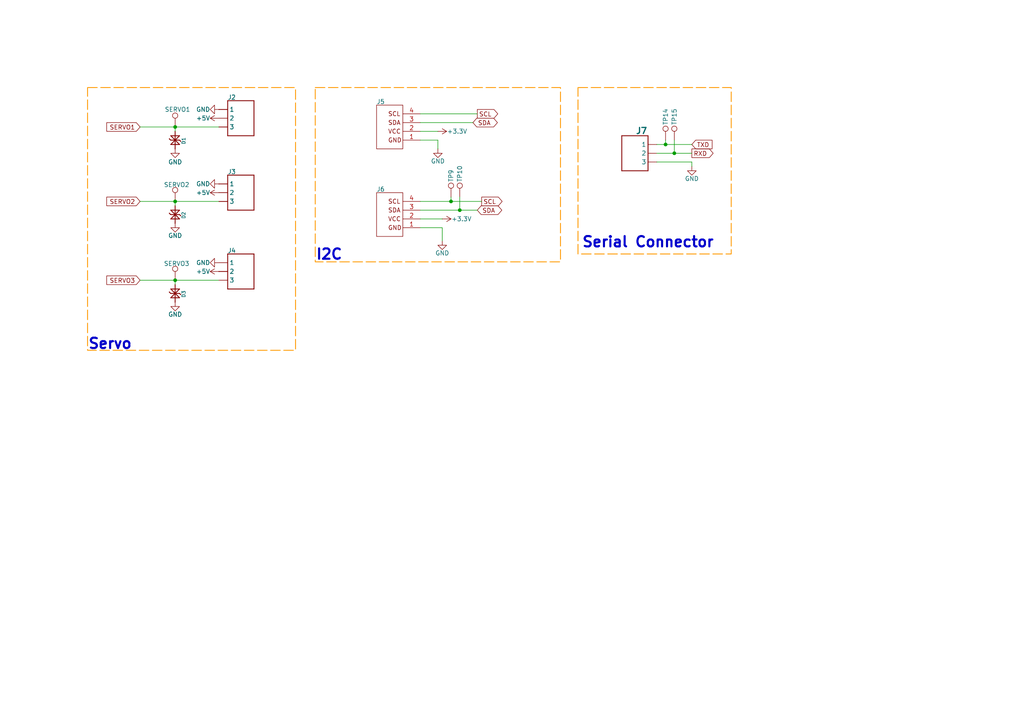
<source format=kicad_sch>
(kicad_sch (version 20250114) (generator "eeschema") (generator_version "9.0")
  (paper "A4")
  (title_block (title "Servo Module") (date "<<release-date>>") (rev "<<tag>>") (comment 1 "<<hash>>"))
  (lib_symbols
    (symbol "CRGM Connector:JST-SH-3"
      (property "Reference" "J" (at 0 2.794 0))
      (symbol "JST-SH-3_1_0"
        (polyline (pts (xy 0 2.54) (xy 7.62 2.54)) (stroke (width 0.254)))
        (polyline (pts (xy 0 -7.62) (xy 0 2.54)) (stroke (width 0.254)))
        (polyline (pts (xy 7.62 2.54) (xy 7.62 -7.62)) (stroke (width 0.254)))
        (polyline (pts (xy 7.62 -7.62) (xy 0 -7.62)) (stroke (width 0.254)))
        (pin passive line (at -2.54 0 0) (length 2.54) (name "1") (number "1"))
        (pin passive line (at -2.54 -2.54 0) (length 2.54) (name "2") (number "2"))
        (pin passive line (at -2.54 -5.08 0) (length 2.54) (name "3") (number "3"))
      )
    )
    (symbol "CRGM Connector:QWIIC"
      (property "Reference" "J" (at 0 0.254 0))
      (symbol "QWIIC_0_1"
        (rectangle (start 0 0) (end 7.62 -12.7))
      )
      (symbol "QWIIC_1_0"
        (text "SCL" (at 3.302 -2.54 0) (effects (font (size 1.25 1.25)) (justify left)))
        (text "SDA" (at 3.302 -5.08 0) (effects (font (size 1.25 1.25)) (justify left)))
        (text "VCC" (at 3.302 -7.62 0) (effects (font (size 1.25 1.25)) (justify left)))
        (text "GND" (at 3.302 -10.16 0) (effects (font (size 1.25 1.25)) (justify left)))
        (pin passive line (at 12.7 -2.54 180) (length 5.08) (name "4") (number "4"))
        (pin passive line (at 12.7 -5.08 180) (length 5.08) (name "3") (number "3"))
        (pin power_in line (at 12.7 -7.62 180) (length 5.08) (name "2") (number "2"))
        (pin power_in line (at 12.7 -10.16 180) (length 5.08) (name "1") (number "1"))
      )
    )
    (symbol "CRGM Passive:PESD5V5C1BLYL"
      (property "Reference" "D" (at -1.524 1.524 0))
      (symbol "PESD5V5C1BLYL_1_0"
        (polyline (pts (xy -2.54 0) (xy 2.54 0)) (stroke (width 0.254)))
        (polyline (pts (xy -1.27 1.27) (xy -0.0101 0.0101)) (stroke (width 0.254)))
        (polyline (pts (xy -1.27 -1.27) (xy -1.27 1.27)) (stroke (width 0.254)))
        (polyline (pts (xy -0.3445 -1.6043) (xy -0.3573 -1.6043)) (stroke (width 0.254)))
        (polyline (pts (xy -0.0101 1.2955) (xy -0.0101 -1.27)) (stroke (width 0.254)))
        (polyline (pts (xy -0.0101 1.2955) (xy 0.3778 1.6835)) (stroke (width 0.254)))
        (polyline (pts (xy -0.0101 0.0101) (xy -0.0101 -0.0101)) (stroke (width 0.254)))
        (polyline (pts (xy -0.0101 -0.0101) (xy -1.27 -1.27)) (stroke (width 0.254)))
        (polyline (pts (xy -0.0101 -1.27) (xy -0.3445 -1.6043)) (stroke (width 0.254)))
        (polyline (pts (xy 0.0101 0.0101) (xy 0.0101 -0.0101)) (stroke (width 0.254)))
        (polyline (pts (xy 0.0101 -0.0101) (xy 1.27 -1.27)) (stroke (width 0.254)))
        (polyline (pts (xy 0.3778 1.6835) (xy 0.3981 1.6835)) (stroke (width 0.254)))
        (polyline (pts (xy 1.27 1.27) (xy 0.0101 0.0101)) (stroke (width 0.254)))
        (polyline (pts (xy 1.27 -1.27) (xy 1.27 1.27)) (stroke (width 0.254)))
        (pin passive line (at -2.54 0 0) (length 0) (name "K1") (number "1"))
        (pin passive line (at 2.54 0 180) (length 0) (name "K2") (number "2"))
      )
    )
    (symbol "Connector:TestPoint" (pin_numbers (hide yes)) (pin_names (offset 0.762) (hide yes))
      (property "Reference" "TP" (at 0 6.858 0))
      (property "Value" "TestPoint" (at 0 5.08 0))
      (symbol "TestPoint_0_1"
        (circle (center 0 3.302) (radius 0.762))
      )
      (symbol "TestPoint_1_1"
        (pin passive line (at 0 0 90) (length 2.54) (name "1") (number "1"))
      )
    )
    (symbol "power:+3.3V" (power) (pin_numbers (hide yes)) (pin_names (offset 0) (hide yes))
      (property "Value" "+3.3V" (at 0 3.556 0))
      (symbol "+3.3V_0_1"
        (polyline (pts (xy -0.762 1.27) (xy 0 2.54)))
        (polyline (pts (xy 0 2.54) (xy 0.762 1.27)))
        (polyline (pts (xy 0 0) (xy 0 2.54)))
      )
      (symbol "+3.3V_1_1"
        (pin power_in line (at 0 0 90) (length 0) (name "~") (number "1"))
      )
    )
    (symbol "power:+5V" (power) (pin_numbers (hide yes)) (pin_names (offset 0) (hide yes))
      (property "Value" "+5V" (at 0 3.556 0))
      (symbol "+5V_0_1"
        (polyline (pts (xy -0.762 1.27) (xy 0 2.54)))
        (polyline (pts (xy 0 2.54) (xy 0.762 1.27)))
        (polyline (pts (xy 0 0) (xy 0 2.54)))
      )
      (symbol "+5V_1_1"
        (pin power_in line (at 0 0 90) (length 0) (name "~") (number "1"))
      )
    )
    (symbol "power:GND" (power) (pin_numbers (hide yes)) (pin_names (offset 0) (hide yes))
      (property "Value" "GND" (at 0 -3.81 0))
      (symbol "GND_0_1"
        (polyline (pts (xy 0 0) (xy 0 -1.27) (xy 1.27 -1.27) (xy 0 -2.54) (xy -1.27 -1.27) (xy 0 -1.27)))
      )
      (symbol "GND_1_1"
        (pin power_in line (at 0 0 270) (length 0) (name "~") (number "1"))
      )
    )
  )
  (rectangle (start 91.44 25.4) (end 162.56 75.946) (stroke (width 0.254) (type dash) (color 255 153 0 1)))
  (rectangle (start 25.4 25.4) (end 85.725 101.6) (stroke (width 0.254) (type dash) (color 255 153 0 1)))
  (rectangle (start 167.64 25.4) (end 212.09 73.66) (stroke (width 0.254) (type dash) (color 255 153 0 1)))
  (text "Serial Connector" (at 187.96 70.358 0) (effects (font (size 3 3) (thickness 0.6) (bold yes))))
  (text "I2C\n" (at 91.44 75.692 0) (effects (font (size 3 3) (thickness 0.6) (bold yes)) (justify left bottom)))
  (text "Servo" (at 25.4 101.6 0) (effects (font (size 3 3) (thickness 0.6) (bold yes)) (justify left bottom)))
  (junction (at 130.81 58.42))
  (junction (at 50.8 81.28))
  (junction (at 193.04 41.91))
  (junction (at 195.58 44.45))
  (junction (at 50.8 36.83))
  (junction (at 50.8 58.42))
  (junction (at 133.35 60.96))
  (wire (pts (xy 133.35 57.15) (xy 133.35 60.96)))
  (wire (pts (xy 121.92 58.42) (xy 130.81 58.42)))
  (wire (pts (xy 121.92 33.02) (xy 138.43 33.02)))
  (wire (pts (xy 200.66 48.26) (xy 200.66 46.99)))
  (wire (pts (xy 190.5 41.91) (xy 193.04 41.91)))
  (wire (pts (xy 130.81 58.42) (xy 139.7 58.42)))
  (wire (pts (xy 121.92 35.56) (xy 137.16 35.56)))
  (wire (pts (xy 195.58 40.64) (xy 195.58 44.45)))
  (wire (pts (xy 121.92 40.64) (xy 127 40.64)))
  (wire (pts (xy 121.92 38.1) (xy 127 38.1)))
  (wire (pts (xy 40.64 81.28) (xy 50.8 81.28)))
  (wire (pts (xy 121.92 60.96) (xy 133.35 60.96)))
  (wire (pts (xy 130.81 57.15) (xy 130.81 58.42)))
  (wire (pts (xy 127 40.64) (xy 127 43.18)))
  (wire (pts (xy 200.66 46.99) (xy 190.5 46.99)))
  (wire (pts (xy 193.04 41.91) (xy 200.66 41.91)))
  (wire (pts (xy 121.92 66.04) (xy 128.27 66.04)))
  (wire (pts (xy 128.27 66.04) (xy 128.27 69.85)))
  (wire (pts (xy 50.8 36.83) (xy 63.5 36.83)))
  (wire (pts (xy 50.8 81.28) (xy 63.5 81.28)))
  (wire (pts (xy 50.8 58.42) (xy 63.5 58.42)))
  (wire (pts (xy 193.04 40.64) (xy 193.04 41.91)))
  (wire (pts (xy 50.8 36.83) (xy 50.8 38.1)))
  (wire (pts (xy 50.8 58.42) (xy 50.8 59.69)))
  (wire (pts (xy 190.5 44.45) (xy 195.58 44.45)))
  (wire (pts (xy 40.64 36.83) (xy 50.8 36.83)))
  (wire (pts (xy 40.64 58.42) (xy 50.8 58.42)))
  (wire (pts (xy 50.8 81.28) (xy 50.8 82.55)))
  (wire (pts (xy 121.92 63.5) (xy 128.27 63.5)))
  (wire (pts (xy 133.35 60.96) (xy 138.43 60.96)))
  (wire (pts (xy 195.58 44.45) (xy 200.66 44.45)))
  (global_label "RXD" (shape output) (at 200.66 44.45 0) (property "Intersheetrefs" "${INTERSHEET_REFS}" (at 207.3947 44.45 0) (effects (justify left))))
  (global_label "SDA" (shape bidirectional) (at 138.43 60.96 0) (property "Intersheetrefs" "${INTERSHEET_REFS}" (at 145.288 60.96 0) (effects (justify left))))
  (global_label "SERVO2" (shape input) (at 40.64 58.42 180) (property "Intersheetrefs" "${INTERSHEET_REFS}" (at 30.3977 58.42 0) (effects (justify right))))
  (global_label "TXD" (shape input) (at 200.66 41.91 0) (property "Intersheetrefs" "${INTERSHEET_REFS}" (at 207.0923 41.91 0) (effects (justify left))))
  (global_label "SERVO3" (shape input) (at 40.64 81.28 180) (property "Intersheetrefs" "${INTERSHEET_REFS}" (at 30.3977 81.28 0) (effects (justify right))))
  (global_label "SCL" (shape output) (at 139.7 58.42 0) (property "Intersheetrefs" "${INTERSHEET_REFS}" (at 146.1928 58.42 0) (effects (justify left))))
  (global_label "SDA" (shape bidirectional) (at 137.16 35.56 0) (property "Intersheetrefs" "${INTERSHEET_REFS}" (at 144.018 35.56 0) (effects (justify left))))
  (global_label "SERVO1" (shape input) (at 40.64 36.83 180) (property "Intersheetrefs" "${INTERSHEET_REFS}" (at 30.3977 36.83 0) (effects (justify right))))
  (global_label "SCL" (shape output) (at 138.43 33.02 0) (property "Intersheetrefs" "${INTERSHEET_REFS}" (at 144.9228 33.02 0) (effects (justify left))))
  (symbol (lib_id "Connector:TestPoint") (at 50.8 58.42 0) (unit 1) (in_bom no)
    (property "Reference" "TP7" (effects (hide yes)))
    (property "Value" "SERVO2" (at 47.498 53.594 0) (effects (justify left)))
    (property "Footprint" "CRGM Mechanical:TestPoint_Pad_D1.0mm" (effects (hide yes)))
    (property "Description" "test point" (effects (hide yes)))
  )
  (symbol (lib_id "Connector:TestPoint") (at 50.8 36.83 0) (unit 1) (in_bom no)
    (property "Reference" "TP6" (effects (hide yes)))
    (property "Value" "SERVO1" (at 47.752 31.75 0) (effects (justify left)))
    (property "Footprint" "CRGM Mechanical:TestPoint_Pad_D1.0mm" (effects (hide yes)))
    (property "Description" "test point" (effects (hide yes)))
  )
  (symbol (lib_id "CRGM Connector:QWIIC") (at 109.22 30.48 0) (unit 1)
    (property "Reference" "J5" (at 109.22 30.226 0) (effects (font (thickness 0.1588)) (justify left bottom)))
    (property "Footprint" "CRGM Connector:JST_SH_SM04B-SRSS-TB_1x04-1MP_P1.00mm_Horizontal" (effects (hide yes)))
    (property "Datasheet" "https://www.jst-mfg.com/product/pdf/eng/eSH.pdf" (effects (hide yes)))
    (property "Description" "4 Position, 1mm pitch" (effects (hide yes)))
    (property "MN" "JST" (effects (hide yes)))
    (property "MPN" "SM04B-SRSS-TBT(LF)(SN)" (effects (hide yes)))
    (property "Mouser" "306-BM04BSRSSTBTLFSN" (effects (hide yes)))
    (property "Digikey" "455-BM04B-SRSS-TBTR-ND" (effects (hide yes)))
    (property "LCSC" "C2763614" (effects (hide yes)))
  )
  (symbol (lib_id "power:GND") (at 63.5 53.34 270) (unit 1)
    (property "Reference" "#PWR029" (effects (hide yes)))
    (property "Value" "GND" (at 60.96 53.34 90) (effects (justify right)))
    (property "Description" "Power symbol creates a global label with name \"GND\" , ground" (effects (hide yes)))
  )
  (symbol (lib_id "power:GND") (at 128.27 69.85 0) (unit 1)
    (property "Reference" "#PWR036" (effects (hide yes)))
    (property "Value" "GND" (at 128.27 73.406 0))
    (property "Description" "Power symbol creates a global label with name \"GND\" , ground" (effects (hide yes)))
  )
  (symbol (lib_id "Connector:TestPoint") (at 133.35 57.15 0) (unit 1) (in_bom no)
    (property "Reference" "TP10" (at 133.35 52.832 90) (effects (justify left)))
    (property "Footprint" "CRGM Mechanical:TestPoint_Pad_D1.0mm" (effects (hide yes)))
    (property "Description" "test point" (effects (hide yes)))
  )
  (symbol (lib_id "power:GND") (at 127 43.18 0) (unit 1)
    (property "Reference" "#PWR034" (effects (hide yes)))
    (property "Value" "GND" (at 127 46.736 0))
    (property "Description" "Power symbol creates a global label with name \"GND\" , ground" (effects (hide yes)))
  )
  (symbol (lib_id "CRGM Connector:JST-SH-3") (at 66.04 76.2 0) (unit 1)
    (property "Reference" "J4" (at 66.04 73.406 0) (effects (font (thickness 0.1588)) (justify left bottom)))
    (property "Footprint" "CRGM Connector:JST_SH_BM03B-SRSS-TB_1x03-1MP_P1.00mm_Vertical" (effects (hide yes)))
    (property "Datasheet" "https://www.jst-mfg.com/product/pdf/eng/eSH.pdf" (effects (hide yes)))
    (property "Description" "JST SH 1.0mm 3 Position" (effects (hide yes)))
    (property "MN" "JST" (effects (hide yes)))
    (property "MPN" "BM04B-SRSS-TB" (effects (hide yes)))
    (property "Digikey" "455-BM04B-SRSS-TBTR-ND" (effects (hide yes)))
    (property "Mouser" "306-BM04BSRSSTBTLFSN" (effects (hide yes)))
    (property "LCSC" "C2919601" (effects (hide yes)))
  )
  (symbol (lib_id "power:+3.3V") (at 127 38.1 270) (unit 1)
    (property "Reference" "#PWR033" (effects (hide yes)))
    (property "Value" "+3.3V" (at 132.588 38.1 90))
    (property "Description" "Power symbol creates a global label with name \"+3.3V\"" (effects (hide yes)))
  )
  (symbol (lib_id "power:GND") (at 50.8 43.18 0) (unit 1)
    (property "Reference" "#PWR024" (effects (hide yes)))
    (property "Value" "GND" (at 50.8 46.99 0))
    (property "Description" "Power symbol creates a global label with name \"GND\" , ground" (effects (hide yes)))
  )
  (symbol (lib_id "Connector:TestPoint") (at 193.04 40.64 0) (unit 1) (in_bom no)
    (property "Reference" "TP14" (at 193.04 36.322 90) (effects (justify left)))
    (property "Footprint" "CRGM Mechanical:TestPoint_Pad_D1.0mm" (effects (hide yes)))
    (property "Description" "test point" (effects (hide yes)))
  )
  (symbol (lib_id "power:GND") (at 200.66 48.26 0) (unit 1)
    (property "Reference" "#PWR037" (effects (hide yes)))
    (property "Value" "GND" (at 200.66 51.816 0))
    (property "Description" "Power symbol creates a global label with name \"GND\" , ground" (effects (hide yes)))
  )
  (symbol (lib_id "CRGM Passive:PESD5V5C1BLYL") (at 50.8 85.09 90) (unit 1)
    (property "Reference" "D3" (at 53.848 86.36 0) (effects (font (size 1 1) (thickness 0.125)) (justify left bottom)))
    (property "Value" "PESD5V5C1BL" (effects (hide yes)))
    (property "Footprint" "CRGM Passive:DFN1006-2" (effects (hide yes)))
    (property "Datasheet" "https://assets.nexperia.com/documents/data-sheet/PESD5V5C1BL.pdf" (effects (hide yes)))
    (property "Description" "TVS DIODE Vrwm=5.5v Vcl=5.4v Ippm=6.5A DFN10062" (effects (hide yes)))
    (property "LCSC" "C2827636" (effects (hide yes)))
    (property "Mouser" "771-PESD5V5C1BLYL" (effects (hide yes)))
    (property "Digikey" "1727-PESD5V5C1BLYLTR-ND" (effects (hide yes)))
    (property "MN" "TECH PUBLIC" (effects (hide yes)))
    (property "MPN" "TPSP3022-01ETG" (effects (hide yes)))
  )
  (symbol (lib_id "power:GND") (at 50.8 64.77 0) (unit 1)
    (property "Reference" "#PWR025" (effects (hide yes)))
    (property "Value" "GND" (at 50.8 68.326 0))
    (property "Description" "Power symbol creates a global label with name \"GND\" , ground" (effects (hide yes)))
  )
  (symbol (lib_id "power:+5V") (at 63.5 34.29 90) (unit 1)
    (property "Reference" "#PWR028" (effects (hide yes)))
    (property "Value" "+5V" (at 60.96 34.29 90) (effects (justify left)))
    (property "Description" "Power symbol creates a global label with name \"+5V\"" (effects (hide yes)))
  )
  (symbol (lib_id "CRGM Passive:PESD5V5C1BLYL") (at 50.8 40.64 90) (unit 1)
    (property "Reference" "D1" (at 53.848 41.91 0) (effects (font (size 1 1) (thickness 0.125)) (justify left bottom)))
    (property "Value" "PESD5V5C1BL" (effects (hide yes)))
    (property "Footprint" "CRGM Passive:DFN1006-2" (effects (hide yes)))
    (property "Datasheet" "https://assets.nexperia.com/documents/data-sheet/PESD5V5C1BL.pdf" (effects (hide yes)))
    (property "Description" "TVS DIODE Vrwm=5.5v Vcl=5.4v Ippm=6.5A DFN10062" (effects (hide yes)))
    (property "LCSC" "C2827636" (effects (hide yes)))
    (property "Mouser" "771-PESD5V5C1BLYL" (effects (hide yes)))
    (property "Digikey" "1727-PESD5V5C1BLYLTR-ND" (effects (hide yes)))
    (property "MN" "TECH PUBLIC" (effects (hide yes)))
    (property "MPN" "TPSP3022-01ETG" (effects (hide yes)))
  )
  (symbol (lib_id "power:GND") (at 63.5 31.75 270) (unit 1)
    (property "Reference" "#PWR027" (effects (hide yes)))
    (property "Value" "GND" (at 60.96 31.75 90) (effects (justify right)))
    (property "Description" "Power symbol creates a global label with name \"GND\" , ground" (effects (hide yes)))
  )
  (symbol (lib_id "power:GND") (at 63.5 76.2 270) (unit 1)
    (property "Reference" "#PWR031" (effects (hide yes)))
    (property "Value" "GND" (at 60.96 76.2 90) (effects (justify right)))
    (property "Description" "Power symbol creates a global label with name \"GND\" , ground" (effects (hide yes)))
  )
  (symbol (lib_id "CRGM Connector:QWIIC") (at 109.22 55.88 0) (unit 1)
    (property "Reference" "J6" (at 109.22 55.626 0) (effects (font (thickness 0.1588)) (justify left bottom)))
    (property "Footprint" "CRGM Connector:JST_SH_SM04B-SRSS-TB_1x04-1MP_P1.00mm_Horizontal" (effects (hide yes)))
    (property "Datasheet" "https://www.jst-mfg.com/product/pdf/eng/eSH.pdf" (effects (hide yes)))
    (property "Description" "4 Position, 1mm pitch" (effects (hide yes)))
    (property "MN" "JST" (effects (hide yes)))
    (property "MPN" "SM04B-SRSS-TBT(LF)(SN)" (effects (hide yes)))
    (property "Mouser" "306-SM04BSRSSTBTLFSN" (effects (hide yes)))
    (property "Digikey" "455-SM04B-SRSS-TBTR-ND" (effects (hide yes)))
    (property "LCSC" "C2763614" (effects (hide yes)))
  )
  (symbol (lib_id "power:GND") (at 50.8 87.63 0) (unit 1)
    (property "Reference" "#PWR026" (effects (hide yes)))
    (property "Value" "GND" (at 50.8 91.186 0))
    (property "Description" "Power symbol creates a global label with name \"GND\" , ground" (effects (hide yes)))
  )
  (symbol (lib_id "Connector:TestPoint") (at 50.8 81.28 0) (unit 1) (in_bom no)
    (property "Reference" "TP8" (effects (hide yes)))
    (property "Value" "SERVO3" (at 47.498 76.454 0) (effects (justify left)))
    (property "Footprint" "CRGM Mechanical:TestPoint_Pad_D1.0mm" (effects (hide yes)))
    (property "Description" "test point" (effects (hide yes)))
  )
  (symbol (lib_id "CRGM Connector:JST-SH-3") (at 187.96 41.91 0) (mirror y) (unit 1)
    (property "Reference" "J7" (at 187.96 39.116 0) (effects (font (size 1.778 1.778) (thickness 0.3556) (bold yes)) (justify left bottom)))
    (property "Footprint" "CRGM Connector:JST_SH_BM03B-SRSS-TB_1x03-1MP_P1.00mm_Vertical" (effects (hide yes)))
    (property "Datasheet" "https://www.jst-mfg.com/product/pdf/eng/eSH.pdf" (effects (hide yes)))
    (property "Description" "JST SH 1.0mm 3 Position" (effects (hide yes)))
    (property "MN" "JST" (effects (hide yes)))
    (property "MPN" "BM04B-SRSS-TB" (effects (hide yes)))
    (property "Digikey" "455-BM04B-SRSS-TBTR-ND" (effects (hide yes)))
    (property "Mouser" "306-BM04BSRSSTBTLFSN" (effects (hide yes)))
    (property "LCSC" "C2919601" (effects (hide yes)))
  )
  (symbol (lib_id "Connector:TestPoint") (at 195.58 40.64 0) (unit 1) (in_bom no)
    (property "Reference" "TP15" (at 195.58 36.322 90) (effects (justify left)))
    (property "Footprint" "CRGM Mechanical:TestPoint_Pad_D1.0mm" (effects (hide yes)))
    (property "Description" "test point" (effects (hide yes)))
  )
  (symbol (lib_id "power:+3.3V") (at 128.27 63.5 270) (unit 1)
    (property "Reference" "#PWR035" (effects (hide yes)))
    (property "Value" "+3.3V" (at 133.858 63.5 90))
    (property "Description" "Power symbol creates a global label with name \"+3.3V\"" (effects (hide yes)))
  )
  (symbol (lib_id "Connector:TestPoint") (at 130.81 57.15 0) (unit 1) (in_bom no)
    (property "Reference" "TP9" (at 130.81 52.832 90) (effects (justify left)))
    (property "Footprint" "CRGM Mechanical:TestPoint_Pad_D1.0mm" (effects (hide yes)))
    (property "Description" "test point" (effects (hide yes)))
  )
  (symbol (lib_id "power:+5V") (at 63.5 78.74 90) (unit 1)
    (property "Reference" "#PWR032" (effects (hide yes)))
    (property "Value" "+5V" (at 60.96 78.74 90) (effects (justify left)))
    (property "Description" "Power symbol creates a global label with name \"+5V\"" (effects (hide yes)))
  )
  (symbol (lib_id "CRGM Connector:JST-SH-3") (at 66.04 53.34 0) (unit 1)
    (property "Reference" "J3" (at 66.04 50.546 0) (effects (font (thickness 0.1588)) (justify left bottom)))
    (property "Footprint" "CRGM Connector:JST_SH_BM03B-SRSS-TB_1x03-1MP_P1.00mm_Vertical" (effects (hide yes)))
    (property "Datasheet" "https://www.jst-mfg.com/product/pdf/eng/eSH.pdf" (effects (hide yes)))
    (property "Description" "JST SH 1.0mm 3 Position" (effects (hide yes)))
    (property "MN" "JST" (effects (hide yes)))
    (property "MPN" "BM04B-SRSS-TB" (effects (hide yes)))
    (property "Digikey" "455-BM04B-SRSS-TBTR-ND" (effects (hide yes)))
    (property "Mouser" "306-BM04BSRSSTBTLFSN" (effects (hide yes)))
    (property "LCSC" "C2919601" (effects (hide yes)))
  )
  (symbol (lib_id "CRGM Passive:PESD5V5C1BLYL") (at 50.8 62.23 90) (unit 1)
    (property "Reference" "D2" (at 53.848 63.5 0) (effects (font (size 1 1) (thickness 0.125)) (justify left bottom)))
    (property "Value" "PESD5V5C1BL" (effects (hide yes)))
    (property "Footprint" "CRGM Passive:DFN1006-2" (effects (hide yes)))
    (property "Datasheet" "https://assets.nexperia.com/documents/data-sheet/PESD5V5C1BL.pdf" (effects (hide yes)))
    (property "Description" "TVS DIODE Vrwm=5.5v Vcl=5.4v Ippm=6.5A DFN10062" (effects (hide yes)))
    (property "LCSC" "C2827636" (effects (hide yes)))
    (property "Mouser" "771-PESD5V5C1BLYL" (effects (hide yes)))
    (property "Digikey" "1727-PESD5V5C1BLYLTR-ND" (effects (hide yes)))
    (property "MN" "TECH PUBLIC" (effects (hide yes)))
    (property "MPN" "TPSP3022-01ETG" (effects (hide yes)))
  )
  (symbol (lib_id "power:+5V") (at 63.5 55.88 90) (unit 1)
    (property "Reference" "#PWR030" (effects (hide yes)))
    (property "Value" "+5V" (at 60.96 55.88 90) (effects (justify left)))
    (property "Description" "Power symbol creates a global label with name \"+5V\"" (effects (hide yes)))
  )
  (symbol (lib_id "CRGM Connector:JST-SH-3") (at 66.04 31.75 0) (unit 1)
    (property "Reference" "J2" (at 66.04 28.956 0) (effects (font (thickness 0.1588)) (justify left bottom)))
    (property "Footprint" "CRGM Connector:JST_SH_BM03B-SRSS-TB_1x03-1MP_P1.00mm_Vertical" (effects (hide yes)))
    (property "Datasheet" "https://www.jst-mfg.com/product/pdf/eng/eSH.pdf" (effects (hide yes)))
    (property "Description" "JST SH 1.0mm 3 Position" (effects (hide yes)))
    (property "MN" "JST" (effects (hide yes)))
    (property "MPN" "BM04B-SRSS-TB" (effects (hide yes)))
    (property "Digikey" "455-BM04B-SRSS-TBTR-ND" (effects (hide yes)))
    (property "Mouser" "306-BM04BSRSSTBTLFSN" (effects (hide yes)))
    (property "LCSC" "C2919601" (effects (hide yes)))
  )
)
</source>
